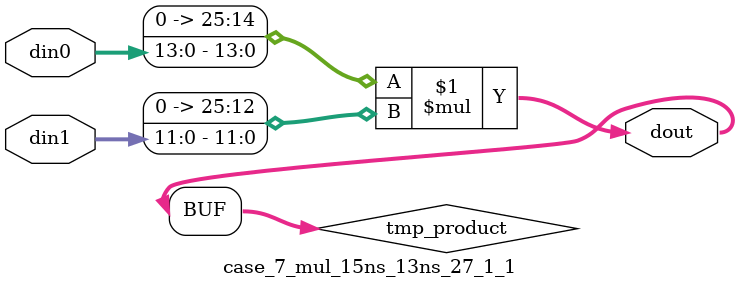
<source format=v>

`timescale 1 ns / 1 ps

 (* use_dsp = "no" *)  module case_7_mul_15ns_13ns_27_1_1(din0, din1, dout);
parameter ID = 1;
parameter NUM_STAGE = 0;
parameter din0_WIDTH = 14;
parameter din1_WIDTH = 12;
parameter dout_WIDTH = 26;

input [din0_WIDTH - 1 : 0] din0; 
input [din1_WIDTH - 1 : 0] din1; 
output [dout_WIDTH - 1 : 0] dout;

wire signed [dout_WIDTH - 1 : 0] tmp_product;
























assign tmp_product = $signed({1'b0, din0}) * $signed({1'b0, din1});











assign dout = tmp_product;





















endmodule

</source>
